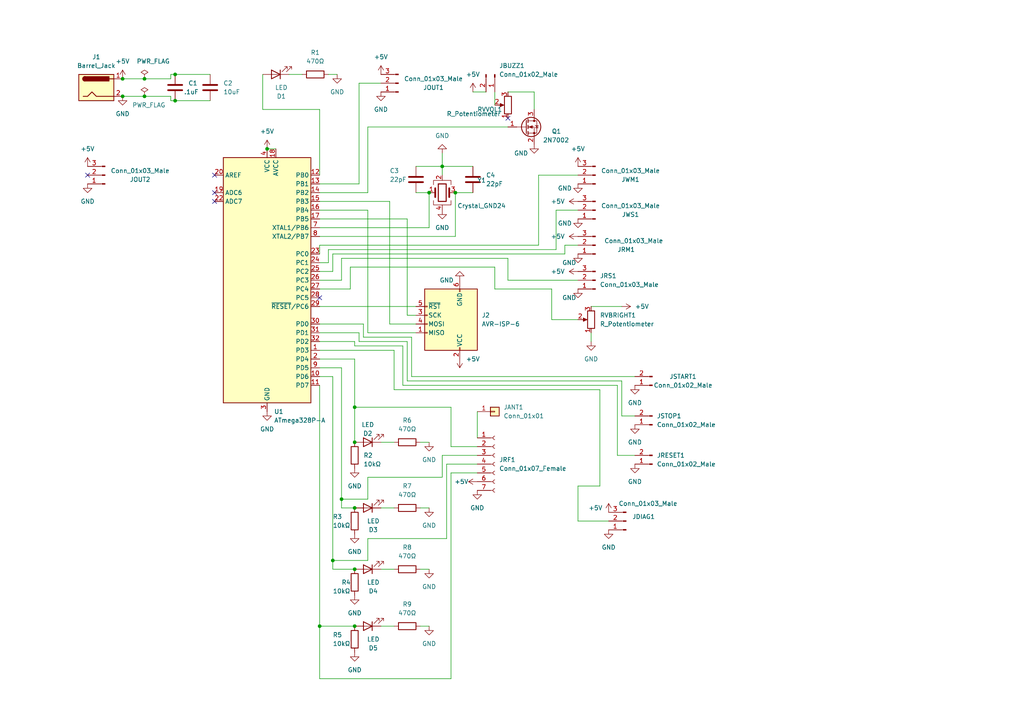
<source format=kicad_sch>
(kicad_sch (version 20211123) (generator eeschema)
  (paper "A4")
  (lib_symbols
    (symbol "Connector:AVR-ISP-6" (pin_names (offset 1.016))
      (property "Reference" "J" (at -6.35 11.43 0))
      (property "Value" "AVR-ISP-6" (at 0 11.43 0))
      (symbol "AVR-ISP-6_0_1"
        (rectangle (start -2.667 -6.858) (end -2.413 -7.62))
        (rectangle (start -2.667 10.16) (end -2.413 9.398))
        (rectangle (start 7.62 -2.413) (end 6.858 -2.667))
        (rectangle (start 7.62 0.127) (end 6.858 -0.127))
        (rectangle (start 7.62 2.667) (end 6.858 2.413))
        (rectangle (start 7.62 5.207) (end 6.858 4.953))
        (rectangle (start 7.62 10.16) (end -7.62 -7.62) (stroke (width 0.254)) (fill (type background)))
      )
      (symbol "AVR-ISP-6_1_1"
        (pin passive line (at 10.16 5.08 180) (length 2.54) (name "MISO") (number "1"))
        (pin passive line (at -2.54 12.7 270) (length 2.54) (name "VCC") (number "2"))
        (pin passive line (at 10.16 0 180) (length 2.54) (name "SCK") (number "3"))
        (pin passive line (at 10.16 2.54 180) (length 2.54) (name "MOSI") (number "4"))
        (pin passive line (at 10.16 -2.54 180) (length 2.54) (name "~{RST}") (number "5"))
        (pin passive line (at -2.54 -10.16 90) (length 2.54) (name "GND") (number "6"))
      )
    )
    (symbol "Connector:Barrel_Jack" (pin_names (offset 1.016))
      (property "Reference" "J" (at 0 5.334 0))
      (property "Value" "Barrel_Jack" (at 0 -5.08 0))
      (symbol "Barrel_Jack_0_1"
        (rectangle (start -5.08 3.81) (end 5.08 -3.81) (stroke (width 0.254)) (fill (type background)))
        (arc (start -3.302 3.175) (mid -3.937 2.54) (end -3.302 1.905) (stroke (width 0.254)))
        (arc (start -3.302 3.175) (mid -3.937 2.54) (end -3.302 1.905) (stroke (width 0.254)) (fill (type outline)))
        (polyline (pts (xy 5.08 2.54) (xy 3.81 2.54)) (stroke (width 0.254)))
        (polyline (pts (xy -3.81 -2.54) (xy -2.54 -2.54) (xy -1.27 -1.27) (xy 0 -2.54) (xy 2.54 -2.54) (xy 5.08 -2.54)) (stroke (width 0.254)))
        (rectangle (start 3.683 3.175) (end -3.302 1.905) (stroke (width 0.254)) (fill (type outline)))
      )
      (symbol "Barrel_Jack_1_1"
        (pin passive line (at 7.62 2.54 180) (length 2.54) (name "~") (number "1"))
        (pin passive line (at 7.62 -2.54 180) (length 2.54) (name "~") (number "2"))
      )
    )
    (symbol "Connector:Conn_01x02_Male" (pin_names (offset 1.016) hide)
      (property "Reference" "J" (at 0 2.54 0))
      (property "Value" "Conn_01x02_Male" (at 0 -5.08 0))
      (symbol "Conn_01x02_Male_1_1"
        (polyline (pts (xy 1.27 -2.54) (xy 0.8636 -2.54)) (stroke (width 0.1524)))
        (polyline (pts (xy 1.27 0) (xy 0.8636 0)) (stroke (width 0.1524)))
        (rectangle (start 0.8636 -2.413) (end 0 -2.667) (stroke (width 0.1524)) (fill (type outline)))
        (rectangle (start 0.8636 0.127) (end 0 -0.127) (stroke (width 0.1524)) (fill (type outline)))
        (pin passive line (at 5.08 0 180) (length 3.81) (name "Pin_1") (number "1"))
        (pin passive line (at 5.08 -2.54 180) (length 3.81) (name "Pin_2") (number "2"))
      )
    )
    (symbol "Connector:Conn_01x03_Male" (pin_names (offset 1.016) hide)
      (property "Reference" "J" (at 0 5.08 0))
      (property "Value" "Conn_01x03_Male" (at 0 -5.08 0))
      (symbol "Conn_01x03_Male_1_1"
        (polyline (pts (xy 1.27 -2.54) (xy 0.8636 -2.54)) (stroke (width 0.1524)))
        (polyline (pts (xy 1.27 0) (xy 0.8636 0)) (stroke (width 0.1524)))
        (polyline (pts (xy 1.27 2.54) (xy 0.8636 2.54)) (stroke (width 0.1524)))
        (rectangle (start 0.8636 -2.413) (end 0 -2.667) (stroke (width 0.1524)) (fill (type outline)))
        (rectangle (start 0.8636 0.127) (end 0 -0.127) (stroke (width 0.1524)) (fill (type outline)))
        (rectangle (start 0.8636 2.667) (end 0 2.413) (stroke (width 0.1524)) (fill (type outline)))
        (pin passive line (at 5.08 2.54 180) (length 3.81) (name "Pin_1") (number "1"))
        (pin passive line (at 5.08 0 180) (length 3.81) (name "Pin_2") (number "2"))
        (pin passive line (at 5.08 -2.54 180) (length 3.81) (name "Pin_3") (number "3"))
      )
    )
    (symbol "Connector:Conn_01x07_Female" (pin_names (offset 1.016) hide)
      (property "Reference" "J" (at 0 10.16 0))
      (property "Value" "Conn_01x07_Female" (at 0 -10.16 0))
      (symbol "Conn_01x07_Female_1_1"
        (arc (start 0 -7.112) (mid -0.508 -7.62) (end 0 -8.128) (stroke (width 0.1524)))
        (arc (start 0 -4.572) (mid -0.508 -5.08) (end 0 -5.588) (stroke (width 0.1524)))
        (arc (start 0 -2.032) (mid -0.508 -2.54) (end 0 -3.048) (stroke (width 0.1524)))
        (polyline (pts (xy -1.27 -7.62) (xy -0.508 -7.62)) (stroke (width 0.1524)))
        (polyline (pts (xy -1.27 -5.08) (xy -0.508 -5.08)) (stroke (width 0.1524)))
        (polyline (pts (xy -1.27 -2.54) (xy -0.508 -2.54)) (stroke (width 0.1524)))
        (polyline (pts (xy -1.27 0) (xy -0.508 0)) (stroke (width 0.1524)))
        (polyline (pts (xy -1.27 2.54) (xy -0.508 2.54)) (stroke (width 0.1524)))
        (polyline (pts (xy -1.27 5.08) (xy -0.508 5.08)) (stroke (width 0.1524)))
        (polyline (pts (xy -1.27 7.62) (xy -0.508 7.62)) (stroke (width 0.1524)))
        (arc (start 0 0.508) (mid -0.508 0) (end 0 -0.508) (stroke (width 0.1524)))
        (arc (start 0 3.048) (mid -0.508 2.54) (end 0 2.032) (stroke (width 0.1524)))
        (arc (start 0 5.588) (mid -0.508 5.08) (end 0 4.572) (stroke (width 0.1524)))
        (arc (start 0 8.128) (mid -0.508 7.62) (end 0 7.112) (stroke (width 0.1524)))
        (pin passive line (at -5.08 7.62 0) (length 3.81) (name "Pin_1") (number "1"))
        (pin passive line (at -5.08 5.08 0) (length 3.81) (name "Pin_2") (number "2"))
        (pin passive line (at -5.08 2.54 0) (length 3.81) (name "Pin_3") (number "3"))
        (pin passive line (at -5.08 0 0) (length 3.81) (name "Pin_4") (number "4"))
        (pin passive line (at -5.08 -2.54 0) (length 3.81) (name "Pin_5") (number "5"))
        (pin passive line (at -5.08 -5.08 0) (length 3.81) (name "Pin_6") (number "6"))
        (pin passive line (at -5.08 -7.62 0) (length 3.81) (name "Pin_7") (number "7"))
      )
    )
    (symbol "Connector_Generic:Conn_01x01" (pin_names (offset 1.016) hide)
      (property "Reference" "J" (at 0 2.54 0))
      (property "Value" "Conn_01x01" (at 0 -2.54 0))
      (symbol "Conn_01x01_1_1"
        (rectangle (start -1.27 0.127) (end 0 -0.127) (stroke (width 0.1524)))
        (rectangle (start -1.27 1.27) (end 1.27 -1.27) (stroke (width 0.254)) (fill (type background)))
        (pin passive line (at -5.08 0 0) (length 3.81) (name "Pin_1") (number "1"))
      )
    )
    (symbol "Device:C" (pin_numbers hide) (pin_names (offset 0.254))
      (property "Reference" "C" (at 0.635 2.54 0))
      (property "Value" "C" (at 0.635 -2.54 0))
      (symbol "C_0_1"
        (polyline (pts (xy -2.032 -0.762) (xy 2.032 -0.762)) (stroke (width 0.508)))
        (polyline (pts (xy -2.032 0.762) (xy 2.032 0.762)) (stroke (width 0.508)))
      )
      (symbol "C_1_1"
        (pin passive line (at 0 3.81 270) (length 2.794) (name "~") (number "1"))
        (pin passive line (at 0 -3.81 90) (length 2.794) (name "~") (number "2"))
      )
    )
    (symbol "Device:Crystal_GND24" (pin_names (offset 1.016) hide)
      (property "Reference" "Y" (at 3.175 5.08 0))
      (property "Value" "Crystal_GND24" (at 3.175 3.175 0))
      (symbol "Crystal_GND24_0_1"
        (rectangle (start -1.143 2.54) (end 1.143 -2.54) (stroke (width 0.3048)))
        (polyline (pts (xy -2.54 0) (xy -2.032 0)))
        (polyline (pts (xy -2.032 -1.27) (xy -2.032 1.27)) (stroke (width 0.508)))
        (polyline (pts (xy 0 -3.81) (xy 0 -3.556)))
        (polyline (pts (xy 0 3.556) (xy 0 3.81)))
        (polyline (pts (xy 2.032 -1.27) (xy 2.032 1.27)) (stroke (width 0.508)))
        (polyline (pts (xy 2.032 0) (xy 2.54 0)))
        (polyline (pts (xy -2.54 -2.286) (xy -2.54 -3.556) (xy 2.54 -3.556) (xy 2.54 -2.286)))
        (polyline (pts (xy -2.54 2.286) (xy -2.54 3.556) (xy 2.54 3.556) (xy 2.54 2.286)))
      )
      (symbol "Crystal_GND24_1_1"
        (pin passive line (at -3.81 0 0) (length 1.27) (name "1") (number "1"))
        (pin passive line (at 0 5.08 270) (length 1.27) (name "2") (number "2"))
        (pin passive line (at 3.81 0 180) (length 1.27) (name "3") (number "3"))
        (pin passive line (at 0 -5.08 90) (length 1.27) (name "4") (number "4"))
      )
    )
    (symbol "Device:LED" (pin_numbers hide) (pin_names (offset 1.016) hide)
      (property "Reference" "D" (at 0 2.54 0))
      (property "Value" "LED" (at 0 -2.54 0))
      (symbol "LED_0_1"
        (polyline (pts (xy -1.27 -1.27) (xy -1.27 1.27)) (stroke (width 0.254)))
        (polyline (pts (xy -1.27 0) (xy 1.27 0)))
        (polyline (pts (xy 1.27 -1.27) (xy 1.27 1.27) (xy -1.27 0) (xy 1.27 -1.27)) (stroke (width 0.254)))
        (polyline (pts (xy -3.048 -0.762) (xy -4.572 -2.286) (xy -3.81 -2.286) (xy -4.572 -2.286) (xy -4.572 -1.524)))
        (polyline (pts (xy -1.778 -0.762) (xy -3.302 -2.286) (xy -2.54 -2.286) (xy -3.302 -2.286) (xy -3.302 -1.524)))
      )
      (symbol "LED_1_1"
        (pin passive line (at -3.81 0 0) (length 2.54) (name "K") (number "1"))
        (pin passive line (at 3.81 0 180) (length 2.54) (name "A") (number "2"))
      )
    )
    (symbol "Device:R" (pin_numbers hide) (pin_names (offset 0))
      (property "Reference" "R" (at 2.032 0 90))
      (property "Value" "R" (at 0 0 90))
      (symbol "R_0_1"
        (rectangle (start -1.016 -2.54) (end 1.016 2.54) (stroke (width 0.254)))
      )
      (symbol "R_1_1"
        (pin passive line (at 0 3.81 270) (length 1.27) (name "~") (number "1"))
        (pin passive line (at 0 -3.81 90) (length 1.27) (name "~") (number "2"))
      )
    )
    (symbol "Device:R_Potentiometer" (pin_names (offset 1.016) hide)
      (property "Reference" "RV" (at -4.445 0 90))
      (property "Value" "R_Potentiometer" (at -2.54 0 90))
      (symbol "R_Potentiometer_0_1"
        (polyline (pts (xy 2.54 0) (xy 1.524 0)))
        (polyline (pts (xy 1.143 0) (xy 2.286 0.508) (xy 2.286 -0.508) (xy 1.143 0)) (fill (type outline)))
        (rectangle (start 1.016 2.54) (end -1.016 -2.54) (stroke (width 0.254)))
      )
      (symbol "R_Potentiometer_1_1"
        (pin passive line (at 0 3.81 270) (length 1.27) (name "1") (number "1"))
        (pin passive line (at 3.81 0 180) (length 1.27) (name "2") (number "2"))
        (pin passive line (at 0 -3.81 90) (length 1.27) (name "3") (number "3"))
      )
    )
    (symbol "MCU_Microchip_ATmega:ATmega328P-A"
      (property "Reference" "U" (at -12.7 36.83 0))
      (property "Value" "ATmega328P-A" (at 2.54 -36.83 0))
      (symbol "ATmega328P-A_0_1"
        (rectangle (start -12.7 -35.56) (end 12.7 35.56) (stroke (width 0.254)) (fill (type background)))
      )
      (symbol "ATmega328P-A_1_1"
        (pin bidirectional line (at 15.24 -20.32 180) (length 2.54) (name "PD3") (number "1"))
        (pin bidirectional line (at 15.24 -27.94 180) (length 2.54) (name "PD6") (number "10"))
        (pin bidirectional line (at 15.24 -30.48 180) (length 2.54) (name "PD7") (number "11"))
        (pin bidirectional line (at 15.24 30.48 180) (length 2.54) (name "PB0") (number "12"))
        (pin bidirectional line (at 15.24 27.94 180) (length 2.54) (name "PB1") (number "13"))
        (pin bidirectional line (at 15.24 25.4 180) (length 2.54) (name "PB2") (number "14"))
        (pin bidirectional line (at 15.24 22.86 180) (length 2.54) (name "PB3") (number "15"))
        (pin bidirectional line (at 15.24 20.32 180) (length 2.54) (name "PB4") (number "16"))
        (pin bidirectional line (at 15.24 17.78 180) (length 2.54) (name "PB5") (number "17"))
        (pin power_in line (at 2.54 38.1 270) (length 2.54) (name "AVCC") (number "18"))
        (pin input line (at -15.24 25.4 0) (length 2.54) (name "ADC6") (number "19"))
        (pin bidirectional line (at 15.24 -22.86 180) (length 2.54) (name "PD4") (number "2"))
        (pin passive line (at -15.24 30.48 0) (length 2.54) (name "AREF") (number "20"))
        (pin passive line (at 0 -38.1 90) (length 2.54) hide (name "GND") (number "21"))
        (pin input line (at -15.24 22.86 0) (length 2.54) (name "ADC7") (number "22"))
        (pin bidirectional line (at 15.24 7.62 180) (length 2.54) (name "PC0") (number "23"))
        (pin bidirectional line (at 15.24 5.08 180) (length 2.54) (name "PC1") (number "24"))
        (pin bidirectional line (at 15.24 2.54 180) (length 2.54) (name "PC2") (number "25"))
        (pin bidirectional line (at 15.24 0 180) (length 2.54) (name "PC3") (number "26"))
        (pin bidirectional line (at 15.24 -2.54 180) (length 2.54) (name "PC4") (number "27"))
        (pin bidirectional line (at 15.24 -5.08 180) (length 2.54) (name "PC5") (number "28"))
        (pin bidirectional line (at 15.24 -7.62 180) (length 2.54) (name "~{RESET}/PC6") (number "29"))
        (pin power_in line (at 0 -38.1 90) (length 2.54) (name "GND") (number "3"))
        (pin bidirectional line (at 15.24 -12.7 180) (length 2.54) (name "PD0") (number "30"))
        (pin bidirectional line (at 15.24 -15.24 180) (length 2.54) (name "PD1") (number "31"))
        (pin bidirectional line (at 15.24 -17.78 180) (length 2.54) (name "PD2") (number "32"))
        (pin power_in line (at 0 38.1 270) (length 2.54) (name "VCC") (number "4"))
        (pin passive line (at 0 -38.1 90) (length 2.54) hide (name "GND") (number "5"))
        (pin passive line (at 0 38.1 270) (length 2.54) hide (name "VCC") (number "6"))
        (pin bidirectional line (at 15.24 15.24 180) (length 2.54) (name "XTAL1/PB6") (number "7"))
        (pin bidirectional line (at 15.24 12.7 180) (length 2.54) (name "XTAL2/PB7") (number "8"))
        (pin bidirectional line (at 15.24 -25.4 180) (length 2.54) (name "PD5") (number "9"))
      )
    )
    (symbol "Transistor_FET:2N7002" (pin_names hide)
      (property "Reference" "Q" (at 5.08 1.905 0))
      (property "Value" "2N7002" (at 5.08 0 0))
      (symbol "2N7002_0_1"
        (polyline (pts (xy 0.254 0) (xy -2.54 0)))
        (polyline (pts (xy 0.254 1.905) (xy 0.254 -1.905)) (stroke (width 0.254)))
        (polyline (pts (xy 0.762 -1.27) (xy 0.762 -2.286)) (stroke (width 0.254)))
        (polyline (pts (xy 0.762 0.508) (xy 0.762 -0.508)) (stroke (width 0.254)))
        (polyline (pts (xy 0.762 2.286) (xy 0.762 1.27)) (stroke (width 0.254)))
        (polyline (pts (xy 2.54 2.54) (xy 2.54 1.778)))
        (polyline (pts (xy 2.54 -2.54) (xy 2.54 0) (xy 0.762 0)))
        (polyline (pts (xy 0.762 -1.778) (xy 3.302 -1.778) (xy 3.302 1.778) (xy 0.762 1.778)))
        (polyline (pts (xy 1.016 0) (xy 2.032 0.381) (xy 2.032 -0.381) (xy 1.016 0)) (fill (type outline)))
        (polyline (pts (xy 2.794 0.508) (xy 2.921 0.381) (xy 3.683 0.381) (xy 3.81 0.254)))
        (polyline (pts (xy 3.302 0.381) (xy 2.921 -0.254) (xy 3.683 -0.254) (xy 3.302 0.381)))
        (circle (center 1.651 0) (radius 2.794) (stroke (width 0.254)))
        (circle (center 2.54 -1.778) (radius 0.254) (fill (type outline)))
        (circle (center 2.54 1.778) (radius 0.254) (fill (type outline)))
      )
      (symbol "2N7002_1_1"
        (pin input line (at -5.08 0 0) (length 2.54) (name "G") (number "1"))
        (pin passive line (at 2.54 -5.08 90) (length 2.54) (name "S") (number "2"))
        (pin passive line (at 2.54 5.08 270) (length 2.54) (name "D") (number "3"))
      )
    )
    (symbol "power:+5V" (power) (pin_names (offset 0))
      (property "Value" "+5V" (at 0 3.556 0))
      (symbol "+5V_0_1"
        (polyline (pts (xy -0.762 1.27) (xy 0 2.54)))
        (polyline (pts (xy 0 0) (xy 0 2.54)))
        (polyline (pts (xy 0 2.54) (xy 0.762 1.27)))
      )
      (symbol "+5V_1_1"
        (pin power_in line (at 0 0 90) (length 0) hide (name "+5V") (number "1"))
      )
    )
    (symbol "power:GND" (power) (pin_names (offset 0))
      (property "Value" "GND" (at 0 -3.81 0))
      (symbol "GND_0_1"
        (polyline (pts (xy 0 0) (xy 0 -1.27) (xy 1.27 -1.27) (xy 0 -2.54) (xy -1.27 -1.27) (xy 0 -1.27)))
      )
      (symbol "GND_1_1"
        (pin power_in line (at 0 0 270) (length 0) hide (name "GND") (number "1"))
      )
    )
    (symbol "power:PWR_FLAG" (power) (pin_numbers hide) (pin_names (offset 0) hide)
      (property "Value" "PWR_FLAG" (at 0 3.81 0))
      (symbol "PWR_FLAG_0_0"
        (pin power_out line (at 0 0 90) (length 0) (name "pwr") (number "1"))
      )
      (symbol "PWR_FLAG_0_1"
        (polyline (pts (xy 0 0) (xy 0 1.27) (xy -1.016 1.905) (xy 0 2.54) (xy 1.016 1.905) (xy 0 1.27)))
      )
    )
  )
  (junction (at 50.8 21.59))
  (junction (at 128.27 48.26))
  (junction (at 124.46 55.88))
  (junction (at 41.91 27.94))
  (junction (at 102.87 181.61))
  (junction (at 35.56 27.94))
  (junction (at 96.52 162.56))
  (junction (at 50.8 29.21))
  (junction (at 102.87 118.11))
  (junction (at 102.87 165.1))
  (junction (at 102.87 147.32))
  (junction (at 99.06 144.78))
  (junction (at 102.87 128.27))
  (junction (at 41.91 22.86))
  (junction (at 77.47 43.18))
  (junction (at 132.08 55.88))
  (junction (at 35.56 22.86))
  (junction (at 92.71 181.61))
  (no_connect (at 147.32 34.29))
  (no_connect (at 25.4 50.8))
  (no_connect (at 62.23 58.42))
  (no_connect (at 62.23 55.88))
  (no_connect (at 62.23 50.8))
  (no_connect (at 92.71 86.36))
  (wire (pts (xy 114.3 101.6) (xy 92.71 101.6)))
  (wire (pts (xy 124.46 66.04) (xy 124.46 55.88)))
  (wire (pts (xy 161.29 60.96) (xy 161.29 72.39)))
  (wire (pts (xy 96.52 162.56) (xy 96.52 109.22)))
  (wire (pts (xy 101.6 83.82) (xy 92.71 83.82)))
  (wire (pts (xy 167.64 60.96) (xy 161.29 60.96)))
  (wire (pts (xy 35.56 22.86) (xy 41.91 22.86)))
  (wire (pts (xy 180.34 110.49) (xy 118.11 110.49)))
  (wire (pts (xy 76.2 31.75) (xy 76.2 21.59)))
  (wire (pts (xy 92.71 88.9) (xy 120.65 88.9)))
  (wire (pts (xy 92.71 71.12) (xy 92.71 73.66)))
  (wire (pts (xy 102.87 181.61) (xy 92.71 181.61)))
  (wire (pts (xy 114.3 113.03) (xy 114.3 101.6)))
  (wire (pts (xy 129.54 156.21) (xy 106.68 156.21)))
  (wire (pts (xy 124.46 128.27) (xy 121.92 128.27)))
  (wire (pts (xy 184.15 120.65) (xy 180.34 120.65)))
  (wire (pts (xy 128.27 44.45) (xy 128.27 48.26)))
  (wire (pts (xy 92.71 181.61) (xy 92.71 111.76)))
  (wire (pts (xy 118.11 63.5) (xy 118.11 91.44)))
  (wire (pts (xy 106.68 55.88) (xy 92.71 55.88)))
  (wire (pts (xy 104.14 24.13) (xy 104.14 53.34)))
  (wire (pts (xy 106.68 60.96) (xy 92.71 60.96)))
  (wire (pts (xy 173.99 113.03) (xy 114.3 113.03)))
  (wire (pts (xy 147.32 26.67) (xy 154.94 26.67)))
  (wire (pts (xy 106.68 156.21) (xy 106.68 162.56)))
  (wire (pts (xy 173.99 140.97) (xy 173.99 113.03)))
  (wire (pts (xy 161.29 72.39) (xy 95.25 72.39)))
  (wire (pts (xy 156.21 50.8) (xy 156.21 71.12)))
  (wire (pts (xy 167.64 71.12) (xy 163.83 71.12)))
  (wire (pts (xy 102.87 118.11) (xy 102.87 104.14)))
  (wire (pts (xy 110.49 24.13) (xy 104.14 24.13)))
  (wire (pts (xy 147.32 81.28) (xy 147.32 74.93)))
  (wire (pts (xy 41.91 27.94) (xy 49.53 27.94)))
  (wire (pts (xy 99.06 144.78) (xy 99.06 106.68)))
  (wire (pts (xy 106.68 138.43) (xy 106.68 144.78)))
  (wire (pts (xy 118.11 110.49) (xy 118.11 99.06)))
  (wire (pts (xy 95.25 76.2) (xy 92.71 76.2)))
  (wire (pts (xy 41.91 22.86) (xy 49.53 22.86)))
  (wire (pts (xy 120.65 48.26) (xy 128.27 48.26)))
  (wire (pts (xy 120.65 55.88) (xy 124.46 55.88)))
  (wire (pts (xy 184.15 132.08) (xy 179.07 132.08)))
  (wire (pts (xy 128.27 48.26) (xy 128.27 50.8)))
  (wire (pts (xy 105.41 97.79) (xy 105.41 93.98)))
  (wire (pts (xy 106.68 144.78) (xy 99.06 144.78)))
  (wire (pts (xy 101.6 77.47) (xy 101.6 83.82)))
  (wire (pts (xy 138.43 129.54) (xy 130.81 129.54)))
  (wire (pts (xy 130.81 196.85) (xy 92.71 196.85)))
  (wire (pts (xy 119.38 97.79) (xy 105.41 97.79)))
  (wire (pts (xy 92.71 63.5) (xy 118.11 63.5)))
  (wire (pts (xy 104.14 53.34) (xy 92.71 53.34)))
  (wire (pts (xy 124.46 147.32) (xy 121.92 147.32)))
  (wire (pts (xy 104.14 96.52) (xy 92.71 96.52)))
  (wire (pts (xy 113.03 93.98) (xy 120.65 93.98)))
  (wire (pts (xy 92.71 58.42) (xy 113.03 58.42)))
  (wire (pts (xy 106.68 55.88) (xy 106.68 36.83)))
  (wire (pts (xy 138.43 137.16) (xy 130.81 137.16)))
  (wire (pts (xy 50.8 29.21) (xy 49.53 29.21)))
  (wire (pts (xy 49.53 21.59) (xy 50.8 21.59)))
  (wire (pts (xy 92.71 50.8) (xy 92.71 31.75)))
  (wire (pts (xy 92.71 66.04) (xy 124.46 66.04)))
  (wire (pts (xy 96.52 73.66) (xy 96.52 78.74)))
  (wire (pts (xy 50.8 21.59) (xy 60.96 21.59)))
  (wire (pts (xy 102.87 128.27) (xy 102.87 118.11)))
  (wire (pts (xy 87.63 21.59) (xy 83.82 21.59)))
  (wire (pts (xy 184.15 109.22) (xy 119.38 109.22)))
  (wire (pts (xy 128.27 132.08) (xy 128.27 138.43)))
  (wire (pts (xy 92.71 196.85) (xy 92.71 181.61)))
  (wire (pts (xy 130.81 129.54) (xy 130.81 118.11)))
  (wire (pts (xy 92.71 31.75) (xy 76.2 31.75)))
  (wire (pts (xy 116.84 100.33) (xy 102.87 100.33)))
  (wire (pts (xy 99.06 74.93) (xy 99.06 81.28)))
  (wire (pts (xy 163.83 73.66) (xy 96.52 73.66)))
  (wire (pts (xy 130.81 137.16) (xy 130.81 196.85)))
  (wire (pts (xy 179.07 132.08) (xy 179.07 111.76)))
  (wire (pts (xy 143.51 77.47) (xy 101.6 77.47)))
  (wire (pts (xy 96.52 109.22) (xy 92.71 109.22)))
  (wire (pts (xy 156.21 71.12) (xy 92.71 71.12)))
  (wire (pts (xy 96.52 78.74) (xy 92.71 78.74)))
  (wire (pts (xy 132.08 68.58) (xy 132.08 55.88)))
  (wire (pts (xy 167.64 140.97) (xy 167.64 151.13)))
  (wire (pts (xy 92.71 68.58) (xy 132.08 68.58)))
  (wire (pts (xy 143.51 83.82) (xy 143.51 77.47)))
  (wire (pts (xy 99.06 106.68) (xy 92.71 106.68)))
  (wire (pts (xy 163.83 71.12) (xy 163.83 73.66)))
  (wire (pts (xy 99.06 147.32) (xy 99.06 144.78)))
  (wire (pts (xy 128.27 48.26) (xy 137.16 48.26)))
  (wire (pts (xy 102.87 99.06) (xy 92.71 99.06)))
  (wire (pts (xy 167.64 151.13) (xy 176.53 151.13)))
  (wire (pts (xy 96.52 165.1) (xy 96.52 162.56)))
  (wire (pts (xy 102.87 147.32) (xy 99.06 147.32)))
  (wire (pts (xy 143.51 26.67) (xy 143.51 30.48)))
  (wire (pts (xy 116.84 111.76) (xy 116.84 100.33)))
  (wire (pts (xy 138.43 119.38) (xy 138.43 127)))
  (wire (pts (xy 95.25 72.39) (xy 95.25 76.2)))
  (wire (pts (xy 171.45 96.52) (xy 171.45 99.06)))
  (wire (pts (xy 180.34 88.9) (xy 171.45 88.9)))
  (wire (pts (xy 138.43 134.62) (xy 129.54 134.62)))
  (wire (pts (xy 102.87 100.33) (xy 102.87 99.06)))
  (wire (pts (xy 167.64 92.71) (xy 160.02 92.71)))
  (wire (pts (xy 124.46 181.61) (xy 121.92 181.61)))
  (wire (pts (xy 114.3 181.61) (xy 110.49 181.61)))
  (wire (pts (xy 154.94 26.67) (xy 154.94 31.75)))
  (wire (pts (xy 114.3 147.32) (xy 110.49 147.32)))
  (wire (pts (xy 138.43 132.08) (xy 128.27 132.08)))
  (wire (pts (xy 173.99 140.97) (xy 167.64 140.97)))
  (wire (pts (xy 102.87 104.14) (xy 92.71 104.14)))
  (wire (pts (xy 114.3 165.1) (xy 110.49 165.1)))
  (wire (pts (xy 128.27 138.43) (xy 106.68 138.43)))
  (wire (pts (xy 49.53 29.21) (xy 49.53 27.94)))
  (wire (pts (xy 130.81 118.11) (xy 102.87 118.11)))
  (wire (pts (xy 120.65 96.52) (xy 106.68 96.52)))
  (wire (pts (xy 167.64 81.28) (xy 147.32 81.28)))
  (wire (pts (xy 114.3 128.27) (xy 110.49 128.27)))
  (wire (pts (xy 118.11 99.06) (xy 104.14 99.06)))
  (wire (pts (xy 160.02 92.71) (xy 160.02 83.82)))
  (wire (pts (xy 105.41 93.98) (xy 92.71 93.98)))
  (wire (pts (xy 113.03 58.42) (xy 113.03 93.98)))
  (wire (pts (xy 147.32 74.93) (xy 99.06 74.93)))
  (wire (pts (xy 137.16 26.67) (xy 140.97 26.67)))
  (wire (pts (xy 106.68 36.83) (xy 147.32 36.83)))
  (wire (pts (xy 129.54 134.62) (xy 129.54 156.21)))
  (wire (pts (xy 106.68 96.52) (xy 106.68 60.96)))
  (wire (pts (xy 49.53 22.86) (xy 49.53 21.59)))
  (wire (pts (xy 35.56 27.94) (xy 41.91 27.94)))
  (wire (pts (xy 180.34 120.65) (xy 180.34 110.49)))
  (wire (pts (xy 118.11 91.44) (xy 120.65 91.44)))
  (wire (pts (xy 104.14 99.06) (xy 104.14 96.52)))
  (wire (pts (xy 179.07 111.76) (xy 116.84 111.76)))
  (wire (pts (xy 77.47 43.18) (xy 80.01 43.18)))
  (wire (pts (xy 97.79 21.59) (xy 95.25 21.59)))
  (wire (pts (xy 167.64 50.8) (xy 156.21 50.8)))
  (wire (pts (xy 119.38 109.22) (xy 119.38 97.79)))
  (wire (pts (xy 160.02 83.82) (xy 143.51 83.82)))
  (wire (pts (xy 124.46 165.1) (xy 121.92 165.1)))
  (wire (pts (xy 132.08 55.88) (xy 137.16 55.88)))
  (wire (pts (xy 50.8 29.21) (xy 60.96 29.21)))
  (wire (pts (xy 102.87 165.1) (xy 96.52 165.1)))
  (wire (pts (xy 99.06 81.28) (xy 92.71 81.28)))
  (wire (pts (xy 106.68 162.56) (xy 96.52 162.56)))
  (symbol (lib_id "power:GND") (at 184.15 123.19 0) (unit 1)
    (property "Reference" "#PWR0136" (effects hide))
    (property "Value" "GND" (at 184.15 128.27 0))
  )
  (symbol (lib_id "power:GND") (at 133.35 81.28 180) (unit 1)
    (property "Reference" "#PWR0106" (effects hide))
    (property "Value" "GND" (at 129.54 81.28 0))
  )
  (symbol (lib_id "Device:C") (at 50.8 25.4 0) (unit 1)
    (property "Reference" "C1" (at 54.61 24.1299 0) (effects (justify left)))
    (property "Value" ".1uF" (at 53.34 26.67 0) (effects (justify left)))
    (property "Footprint" "Capacitor_SMD:C_0603_1608Metric" (effects hide))
    (property "LCSC" "C14663" (effects hide))
  )
  (symbol (lib_id "Device:C") (at 60.96 25.4 0) (unit 1)
    (property "Reference" "C2" (at 64.77 24.1299 0) (effects (justify left)))
    (property "Value" "10uF" (at 64.77 26.6699 0) (effects (justify left)))
    (property "Footprint" "Capacitor_SMD:C_0805_2012Metric" (effects hide))
    (property "LCSC" "C15850" (effects hide))
  )
  (symbol (lib_id "Device:C") (at 120.65 52.07 0) (unit 1)
    (property "Reference" "C3" (at 113.03 49.53 0) (effects (justify left)))
    (property "Value" "22pF" (at 113.03 52.07 0) (effects (justify left)))
    (property "Footprint" "Capacitor_SMD:C_0402_1005Metric" (effects hide))
    (property "LCSC" "C1555" (effects hide))
  )
  (symbol (lib_id "Connector:Conn_01x02_Male") (at 189.23 111.76 180) (unit 1)
    (property "Reference" "JSTART1" (at 198.12 109.22 0))
    (property "Value" "Conn_01x02_Male" (at 198.12 111.76 0))
    (property "Footprint" "Connector_JST:JST_PH_B2B-PH-K_1x02_P2.00mm_Vertical" (effects hide))
  )
  (symbol (lib_id "power:+5V") (at 180.34 88.9 270) (unit 1)
    (property "Reference" "#PWR0115" (effects hide))
    (property "Value" "+5V" (at 184.15 88.9 90) (effects (justify left)))
  )
  (symbol (lib_id "power:+5V") (at 167.64 68.58 90) (unit 1)
    (property "Reference" "#PWR0112" (effects hide))
    (property "Value" "+5V" (at 163.83 68.5799 90) (effects (justify left)))
  )
  (symbol (lib_id "power:GND") (at 167.64 63.5 0) (unit 1)
    (property "Reference" "#PWR0110" (effects hide))
    (property "Value" "GND" (at 163.83 64.77 0))
  )
  (symbol (lib_id "Connector:Conn_01x03_Male") (at 181.61 151.13 180) (unit 1)
    (property "Reference" "JDIAG1" (at 186.69 149.86 0))
    (property "Value" "Conn_01x03_Male" (at 187.96 146.05 0))
    (property "Footprint" "Connector_PinHeader_2.54mm:PinHeader_1x03_P2.54mm_Vertical" (effects hide))
  )
  (symbol (lib_id "power:+5V") (at 77.47 43.18 0) (unit 1)
    (property "Reference" "#PWR0103" (effects hide))
    (property "Value" "+5V" (at 77.47 38.1 0))
  )
  (symbol (lib_id "Connector:Conn_01x03_Male") (at 172.72 71.12 180) (unit 1)
    (property "Reference" "JRM1" (at 179.07 72.39 0) (effects (justify right)))
    (property "Value" "Conn_01x03_Male" (at 175.26 69.85 0) (effects (justify right)))
    (property "Footprint" "Connector_JST:JST_PH_B3B-PH-K_1x03_P2.00mm_Vertical" (effects hide))
  )
  (symbol (lib_id "Device:R") (at 118.11 165.1 90) (unit 1)
    (property "Reference" "R8" (at 118.11 158.75 90))
    (property "Value" "470Ω" (at 118.11 161.29 90))
    (property "Footprint" "Resistor_SMD:R_0805_2012Metric" (effects hide))
    (property "LCSC" "C17710" (effects hide))
  )
  (symbol (lib_id "power:GND") (at 138.43 142.24 0) (unit 1)
    (property "Reference" "#PWR0126" (effects hide))
    (property "Value" "GND" (at 138.43 147.32 0))
  )
  (symbol (lib_id "Device:R") (at 118.11 147.32 90) (unit 1)
    (property "Reference" "R7" (at 118.11 140.97 90))
    (property "Value" "470Ω" (at 118.11 143.51 90))
    (property "Footprint" "Resistor_SMD:R_0805_2012Metric" (effects hide))
    (property "LCSC" "C17710" (effects hide))
  )
  (symbol (lib_id "power:GND") (at 167.64 73.66 0) (unit 1)
    (property "Reference" "#PWR0114" (effects hide))
    (property "Value" "GND" (at 165.1 76.2 0))
  )
  (symbol (lib_id "power:GND") (at 184.15 111.76 0) (unit 1)
    (property "Reference" "#PWR0135" (effects hide))
    (property "Value" "GND" (at 184.15 116.84 0))
  )
  (symbol (lib_id "MCU_Microchip_ATmega:ATmega328P-A") (at 77.47 81.28 0) (unit 1)
    (property "Reference" "U1" (at 79.4894 119.38 0) (effects (justify left)))
    (property "Value" "ATmega328P-A" (at 79.4894 121.92 0) (effects (justify left)))
    (property "Footprint" "Package_QFP:TQFP-32_7x7mm_P0.8mm" (effects hide))
    (property "Datasheet" "http://ww1.microchip.com/downloads/en/DeviceDoc/ATmega328_P%20AVR%20MCU%20with%20picoPower%20Technology%20Data%20Sheet%2040001984A.pdf" (effects hide))
    (property "LCSC" "C14877" (effects hide))
  )
  (symbol (lib_id "Device:C") (at 137.16 52.07 0) (unit 1)
    (property "Reference" "C4" (at 140.97 50.7999 0) (effects (justify left)))
    (property "Value" "22pF" (at 140.97 53.3399 0) (effects (justify left)))
    (property "Footprint" "Capacitor_SMD:C_0402_1005Metric" (effects hide))
    (property "LCSC" "C1555" (effects hide))
  )
  (symbol (lib_id "power:+5V") (at 167.64 58.42 90) (unit 1)
    (property "Reference" "#PWR0111" (effects hide))
    (property "Value" "+5V" (at 163.83 58.4199 90) (effects (justify left)))
  )
  (symbol (lib_id "Device:Crystal_GND24") (at 128.27 55.88 0) (unit 1)
    (property "Reference" "Y1" (at 139.7 52.2986 0))
    (property "Value" "Crystal_GND24" (at 139.7 59.69 0))
    (property "Footprint" "Crystal:Crystal_SMD_3225-4Pin_3.2x2.5mm" (effects hide))
    (property "LCSC" "C431155" (effects hide))
  )
  (symbol (lib_id "Device:R") (at 102.87 185.42 0) (unit 1)
    (property "Reference" "R5" (at 96.52 184.15 0) (effects (justify left)))
    (property "Value" "10kΩ" (at 96.52 186.69 0) (effects (justify left)))
    (property "Footprint" "Resistor_SMD:R_0603_1608Metric" (effects hide))
    (property "LCSC" "C25804" (effects hide))
  )
  (symbol (lib_id "power:+5V") (at 138.43 139.7 90) (unit 1)
    (property "Reference" "#PWR0128" (effects hide))
    (property "Value" "+5V" (at 135.89 139.7 90) (effects (justify left)))
  )
  (symbol (lib_id "Device:R") (at 118.11 181.61 90) (unit 1)
    (property "Reference" "R9" (at 118.11 175.26 90))
    (property "Value" "470Ω" (at 118.11 177.8 90))
    (property "Footprint" "Resistor_SMD:R_0805_2012Metric" (effects hide))
    (property "LCSC" "C17710" (effects hide))
  )
  (symbol (lib_id "Device:R_Potentiometer") (at 147.32 30.48 180) (unit 1)
    (property "Reference" "RVVOL1" (at 138.43 31.75 0) (effects (justify right)))
    (property "Value" "R_Potentiometer" (at 129.54 33.02 0) (effects (justify right)))
    (property "Footprint" "Potentiometer_THT:Potentiometer_Bourns_3386P_Vertical" (effects hide))
  )
  (symbol (lib_id "Device:R") (at 91.44 21.59 90) (unit 1)
    (property "Reference" "R1" (at 91.44 15.24 90))
    (property "Value" "470Ω" (at 91.44 17.78 90))
    (property "Footprint" "Resistor_SMD:R_0805_2012Metric" (effects hide))
    (property "LCSC" "C17710" (effects hide))
  )
  (symbol (lib_id "power:GND") (at 124.46 181.61 0) (unit 1)
    (property "Reference" "#PWR0133" (effects hide))
    (property "Value" "GND" (at 124.46 186.69 0))
  )
  (symbol (lib_id "power:+5V") (at 25.4 48.26 0) (unit 1)
    (property "Reference" "#PWR0123" (effects hide))
    (property "Value" "+5V" (at 25.4 43.18 0))
  )
  (symbol (lib_id "power:PWR_FLAG") (at 41.91 22.86 0) (unit 1)
    (property "Reference" "#FLG0101" (effects hide))
    (property "Value" "PWR_FLAG" (at 44.45 17.78 0))
  )
  (symbol (lib_id "power:+5V") (at 176.53 148.59 0) (unit 1)
    (property "Reference" "#PWR0138" (effects hide))
    (property "Value" "+5V" (at 172.72 147.32 0))
  )
  (symbol (lib_id "power:GND") (at 124.46 165.1 0) (unit 1)
    (property "Reference" "#PWR0131" (effects hide))
    (property "Value" "GND" (at 124.46 170.18 0))
  )
  (symbol (lib_id "power:GND") (at 184.15 134.62 0) (unit 1)
    (property "Reference" "#PWR0137" (effects hide))
    (property "Value" "GND" (at 184.15 139.7 0))
  )
  (symbol (lib_id "Connector:Conn_01x02_Male") (at 189.23 123.19 180) (unit 1)
    (property "Reference" "JSTOP1" (at 190.5 120.6499 0) (effects (justify right)))
    (property "Value" "Conn_01x02_Male" (at 190.5 123.1899 0) (effects (justify right)))
    (property "Footprint" "Connector_JST:JST_PH_B2B-PH-K_1x02_P2.00mm_Vertical" (effects hide))
  )
  (symbol (lib_id "Connector:Conn_01x02_Male") (at 143.51 21.59 270) (unit 1)
    (property "Reference" "JBUZZ1" (at 144.78 19.05 90) (effects (justify left)))
    (property "Value" "Conn_01x02_Male" (at 144.78 21.59 90) (effects (justify left)))
    (property "Footprint" "Connector_JST:JST_PH_B2B-PH-K_1x02_P2.00mm_Vertical" (effects hide))
  )
  (symbol (lib_id "power:GND") (at 110.49 26.67 0) (unit 1)
    (property "Reference" "#PWR0121" (effects hide))
    (property "Value" "GND" (at 110.49 31.75 0))
  )
  (symbol (lib_id "power:GND") (at 102.87 154.94 0) (unit 1)
    (property "Reference" "#PWR0130" (effects hide))
    (property "Value" "GND" (at 102.87 160.02 0))
  )
  (symbol (lib_id "Connector_Generic:Conn_01x01") (at 143.51 119.38 0) (unit 1)
    (property "Reference" "JANT1" (at 146.05 118.1099 0) (effects (justify left)))
    (property "Value" "Conn_01x01" (at 146.05 120.6499 0) (effects (justify left)))
    (property "Footprint" "Connector_PinHeader_2.54mm:PinHeader_1x01_P2.54mm_Vertical" (effects hide))
  )
  (symbol (lib_id "power:GND") (at 167.64 53.34 0) (unit 1)
    (property "Reference" "#PWR0117" (effects hide))
    (property "Value" "GND" (at 163.83 54.61 0))
  )
  (symbol (lib_id "Transistor_FET:2N7002") (at 152.4 36.83 0) (unit 1)
    (property "Reference" "Q1" (at 160.02 38.1 0) (effects (justify left)))
    (property "Value" "2N7002" (at 157.48 40.64 0) (effects (justify left)))
    (property "Footprint" "Package_TO_SOT_SMD:SOT-23" (effects hide))
    (property "Datasheet" "https://www.onsemi.com/pub/Collateral/NDS7002A-D.PDF" (effects hide))
    (property "LCSC" "C8545" (effects hide))
  )
  (symbol (lib_id "Connector:AVR-ISP-6") (at 130.81 91.44 180) (unit 1)
    (property "Reference" "J2" (at 139.7 91.4399 0) (effects (justify right)))
    (property "Value" "AVR-ISP-6" (at 139.7 93.9799 0) (effects (justify right)))
    (property "Footprint" "Connector_IDC:IDC-Header_2x03_P2.54mm_Vertical" (effects hide))
    (property "Datasheet" " ~" (effects hide))
  )
  (symbol (lib_id "Device:LED") (at 106.68 128.27 180) (unit 1)
    (property "Reference" "D2" (at 106.68 125.73 0))
    (property "Value" "LED" (at 106.68 123.19 0))
    (property "Footprint" "LED_SMD:LED_0805_2012Metric" (effects hide))
    (property "LCSC" "C2297" (effects hide))
  )
  (symbol (lib_id "power:+5V") (at 167.64 48.26 0) (unit 1)
    (property "Reference" "#PWR0119" (effects hide))
    (property "Value" "+5V" (at 167.64 43.18 0))
  )
  (symbol (lib_id "power:GND") (at 102.87 189.23 0) (unit 1)
    (property "Reference" "#PWR0134" (effects hide))
    (property "Value" "GND" (at 102.87 194.31 0))
  )
  (symbol (lib_id "power:GND") (at 176.53 153.67 0) (unit 1)
    (property "Reference" "#PWR0139" (effects hide))
    (property "Value" "GND" (at 176.53 158.75 0))
  )
  (symbol (lib_id "power:+5V") (at 133.35 104.14 180) (unit 1)
    (property "Reference" "#PWR0105" (effects hide))
    (property "Value" "+5V" (at 137.16 104.14 0))
  )
  (symbol (lib_id "power:GND") (at 128.27 44.45 180) (unit 1)
    (property "Reference" "#PWR0108" (effects hide))
    (property "Value" "GND" (at 128.27 39.37 0))
  )
  (symbol (lib_id "Connector:Conn_01x03_Male") (at 115.57 24.13 180) (unit 1)
    (property "Reference" "JOUT1" (at 125.73 25.4 0))
    (property "Value" "Conn_01x03_Male" (at 125.73 22.86 0))
    (property "Footprint" "Connector_JST:JST_PH_B3B-PH-K_1x03_P2.00mm_Vertical" (effects hide))
  )
  (symbol (lib_id "Device:R_Potentiometer") (at 171.45 92.71 180) (unit 1)
    (property "Reference" "RVBRIGHT1" (at 173.99 91.4399 0) (effects (justify right)))
    (property "Value" "R_Potentiometer" (at 173.99 93.9799 0) (effects (justify right)))
    (property "Footprint" "Potentiometer_THT:Potentiometer_Bourns_3386P_Vertical" (effects hide))
  )
  (symbol (lib_id "Device:LED") (at 106.68 165.1 180) (unit 1)
    (property "Reference" "D4" (at 108.2675 171.45 0))
    (property "Value" "LED" (at 108.2675 168.91 0))
    (property "Footprint" "LED_SMD:LED_0805_2012Metric" (effects hide))
    (property "LCSC" "C2297" (effects hide))
  )
  (symbol (lib_id "power:GND") (at 102.87 135.89 0) (unit 1)
    (property "Reference" "#PWR0125" (effects hide))
    (property "Value" "GND" (at 102.87 140.97 0))
  )
  (symbol (lib_id "Device:R") (at 118.11 128.27 90) (unit 1)
    (property "Reference" "R6" (at 118.11 121.92 90))
    (property "Value" "470Ω" (at 118.11 124.46 90))
    (property "Footprint" "Resistor_SMD:R_0805_2012Metric" (effects hide))
    (property "LCSC" "C17710" (effects hide))
  )
  (symbol (lib_id "power:+5V") (at 137.16 26.67 0) (unit 1)
    (property "Reference" "#PWR0118" (effects hide))
    (property "Value" "+5V" (at 137.16 21.59 0))
  )
  (symbol (lib_id "power:+5V") (at 167.64 78.74 90) (unit 1)
    (property "Reference" "#PWR0109" (effects hide))
    (property "Value" "+5V" (at 163.83 78.7399 90) (effects (justify left)))
  )
  (symbol (lib_id "Device:LED") (at 106.68 181.61 180) (unit 1)
    (property "Reference" "D5" (at 108.2675 187.96 0))
    (property "Value" "LED" (at 108.2675 185.42 0))
    (property "Footprint" "LED_SMD:LED_0805_2012Metric" (effects hide))
    (property "LCSC" "C2297" (effects hide))
  )
  (symbol (lib_id "Device:R") (at 102.87 168.91 0) (unit 1)
    (property "Reference" "R4" (at 99.06 168.91 0) (effects (justify left)))
    (property "Value" "10kΩ" (at 96.52 171.45 0) (effects (justify left)))
    (property "Footprint" "Resistor_SMD:R_0603_1608Metric" (effects hide))
    (property "LCSC" "C25804" (effects hide))
  )
  (symbol (lib_id "Connector:Conn_01x03_Male") (at 172.72 60.96 180) (unit 1)
    (property "Reference" "JWS1" (at 182.88 62.23 0))
    (property "Value" "Conn_01x03_Male" (at 182.88 59.69 0))
    (property "Footprint" "Connector_JST:JST_PH_B3B-PH-K_1x03_P2.00mm_Vertical" (effects hide))
  )
  (symbol (lib_id "Device:R") (at 102.87 151.13 0) (unit 1)
    (property "Reference" "R3" (at 96.52 149.86 0) (effects (justify left)))
    (property "Value" "10kΩ" (at 96.52 152.4 0) (effects (justify left)))
    (property "Footprint" "Resistor_SMD:R_0603_1608Metric" (effects hide))
    (property "LCSC" "C25804" (effects hide))
  )
  (symbol (lib_id "Connector:Conn_01x03_Male") (at 172.72 50.8 180) (unit 1)
    (property "Reference" "JWM1" (at 182.88 52.07 0))
    (property "Value" "Conn_01x03_Male" (at 182.88 49.53 0))
    (property "Footprint" "Connector_JST:JST_PH_B3B-PH-K_1x03_P2.00mm_Vertical" (effects hide))
  )
  (symbol (lib_id "Connector:Conn_01x02_Male") (at 189.23 134.62 180) (unit 1)
    (property "Reference" "JRESET1" (at 190.5 132.0799 0) (effects (justify right)))
    (property "Value" "Conn_01x02_Male" (at 190.5 134.6199 0) (effects (justify right)))
    (property "Footprint" "Connector_JST:JST_PH_B2B-PH-K_1x02_P2.00mm_Vertical" (effects hide))
  )
  (symbol (lib_id "power:GND") (at 128.27 60.96 0) (unit 1)
    (property "Reference" "#PWR0107" (effects hide))
    (property "Value" "GND" (at 128.27 66.04 0))
  )
  (symbol (lib_id "power:+5V") (at 35.56 22.86 0) (unit 1)
    (property "Reference" "#PWR0101" (effects hide))
    (property "Value" "+5V" (at 35.56 17.78 0))
  )
  (symbol (lib_id "power:GND") (at 77.47 119.38 0) (unit 1)
    (property "Reference" "#PWR0104" (effects hide))
    (property "Value" "GND" (at 77.47 124.46 0))
  )
  (symbol (lib_id "power:PWR_FLAG") (at 41.91 27.94 0) (unit 1)
    (property "Reference" "#FLG0102" (effects hide))
    (property "Value" "PWR_FLAG" (at 43.18 30.48 0))
  )
  (symbol (lib_id "Connector:Barrel_Jack") (at 27.94 25.4 0) (unit 1)
    (property "Reference" "J1" (at 27.94 16.51 0))
    (property "Value" "Barrel_Jack" (at 27.94 19.05 0))
    (property "Footprint" "Connector_BarrelJack:BarrelJack_Horizontal" (effects hide))
  )
  (symbol (lib_id "power:GND") (at 167.64 83.82 0) (unit 1)
    (property "Reference" "#PWR0116" (effects hide))
    (property "Value" "GND" (at 165.1 86.36 0))
  )
  (symbol (lib_id "power:GND") (at 124.46 128.27 0) (unit 1)
    (property "Reference" "#PWR0129" (effects hide))
    (property "Value" "GND" (at 124.46 133.35 0))
  )
  (symbol (lib_id "Device:LED") (at 80.01 21.59 180) (unit 1)
    (property "Reference" "D1" (at 81.5975 27.94 0))
    (property "Value" "LED" (at 81.5975 25.4 0))
    (property "Footprint" "LED_SMD:LED_0805_2012Metric" (effects hide))
    (property "LCSC" "C2297" (effects hide))
  )
  (symbol (lib_id "Device:R") (at 102.87 132.08 0) (unit 1)
    (property "Reference" "R2" (at 105.41 132.08 0) (effects (justify left)))
    (property "Value" "10kΩ" (at 105.41 134.62 0) (effects (justify left)))
    (property "Footprint" "Resistor_SMD:R_0603_1608Metric" (effects hide))
    (property "LCSC" "C25804" (effects hide))
  )
  (symbol (lib_id "Connector:Conn_01x03_Male") (at 30.48 50.8 180) (unit 1)
    (property "Reference" "JOUT2" (at 40.64 52.07 0))
    (property "Value" "Conn_01x03_Male" (at 40.64 49.53 0))
    (property "Footprint" "Connector_JST:JST_PH_B3B-PH-K_1x03_P2.00mm_Vertical" (effects hide))
  )
  (symbol (lib_id "power:GND") (at 102.87 172.72 0) (unit 1)
    (property "Reference" "#PWR0132" (effects hide))
    (property "Value" "GND" (at 102.87 177.8 0))
  )
  (symbol (lib_id "power:+5V") (at 110.49 21.59 0) (unit 1)
    (property "Reference" "#PWR0122" (effects hide))
    (property "Value" "+5V" (at 110.49 16.51 0))
  )
  (symbol (lib_id "power:GND") (at 171.45 99.06 0) (unit 1)
    (property "Reference" "#PWR0113" (effects hide))
    (property "Value" "GND" (at 171.45 104.14 0))
  )
  (symbol (lib_id "power:GND") (at 154.94 41.91 0) (unit 1)
    (property "Reference" "#PWR0140" (effects hide))
    (property "Value" "GND" (at 151.13 44.45 0))
  )
  (symbol (lib_id "power:GND") (at 97.79 21.59 0) (unit 1)
    (property "Reference" "#PWR0120" (effects hide))
    (property "Value" "GND" (at 97.79 26.67 0))
  )
  (symbol (lib_id "power:GND") (at 35.56 27.94 0) (unit 1)
    (property "Reference" "#PWR0102" (effects hide))
    (property "Value" "GND" (at 35.56 33.02 0))
  )
  (symbol (lib_id "power:GND") (at 124.46 147.32 0) (unit 1)
    (property "Reference" "#PWR0127" (effects hide))
    (property "Value" "GND" (at 124.46 152.4 0))
  )
  (symbol (lib_id "Device:LED") (at 106.68 147.32 180) (unit 1)
    (property "Reference" "D3" (at 108.2675 153.67 0))
    (property "Value" "LED" (at 108.2675 151.13 0))
    (property "Footprint" "LED_SMD:LED_0805_2012Metric" (effects hide))
    (property "LCSC" "C2297" (effects hide))
  )
  (symbol (lib_id "power:GND") (at 25.4 53.34 0) (unit 1)
    (property "Reference" "#PWR0124" (effects hide))
    (property "Value" "GND" (at 25.4 58.42 0))
  )
  (symbol (lib_id "Connector:Conn_01x07_Female") (at 143.51 134.62 0) (unit 1)
    (property "Reference" "JRF1" (at 144.78 133.3499 0) (effects (justify left)))
    (property "Value" "Conn_01x07_Female" (at 144.78 135.8899 0) (effects (justify left)))
    (property "Footprint" "Connector_PinHeader_2.54mm:PinHeader_1x07_P2.54mm_Vertical" (effects hide))
  )
  (symbol (lib_id "Connector:Conn_01x03_Male") (at 172.72 81.28 180) (unit 1)
    (property "Reference" "JRS1" (at 173.99 80.0099 0) (effects (justify right)))
    (property "Value" "Conn_01x03_Male" (at 173.99 82.5499 0) (effects (justify right)))
    (property "Footprint" "Connector_JST:JST_PH_B3B-PH-K_1x03_P2.00mm_Vertical" (effects hide))
  )
)
</source>
